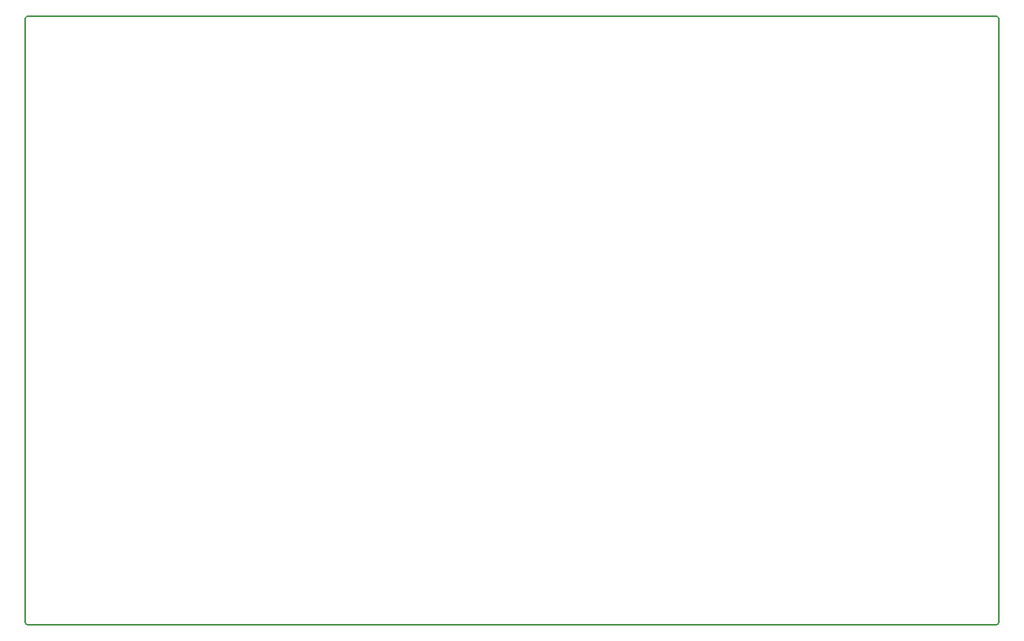
<source format=gbr>
%TF.GenerationSoftware,KiCad,Pcbnew,(5.1.6)-1*%
%TF.CreationDate,2021-03-05T09:23:02-07:00*%
%TF.ProjectId,Main Control Board,4d61696e-2043-46f6-9e74-726f6c20426f,rev?*%
%TF.SameCoordinates,Original*%
%TF.FileFunction,Profile,NP*%
%FSLAX46Y46*%
G04 Gerber Fmt 4.6, Leading zero omitted, Abs format (unit mm)*
G04 Created by KiCad (PCBNEW (5.1.6)-1) date 2021-03-05 09:23:02*
%MOMM*%
%LPD*%
G01*
G04 APERTURE LIST*
%TA.AperFunction,Profile*%
%ADD10C,0.200000*%
%TD*%
G04 APERTURE END LIST*
D10*
X273304000Y-62230000D02*
X273483605Y-62304395D01*
X172212000Y-62230000D02*
X172212000Y-62230000D01*
X273558000Y-125476000D02*
X273483605Y-125655605D01*
X171958000Y-62484000D02*
X172032395Y-62304395D01*
X172032395Y-62304395D02*
X172212000Y-62230000D01*
X273483605Y-62304395D02*
X273558000Y-62484000D01*
X172212000Y-125730000D02*
X172032395Y-125655605D01*
X273558000Y-62484000D02*
X273558000Y-125476000D01*
X172032395Y-125655605D02*
X171958000Y-125476000D01*
X171958000Y-125476000D02*
X171958000Y-62484000D01*
X273483605Y-125655605D02*
X273304000Y-125730000D01*
X172212000Y-62230000D02*
X273304000Y-62230000D01*
X273304000Y-125730000D02*
X172212000Y-125730000D01*
M02*

</source>
